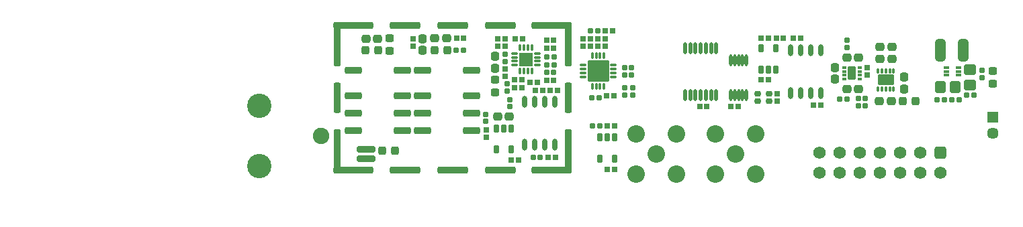
<source format=gts>
G04*
G04 #@! TF.GenerationSoftware,Altium Limited,Altium Designer,24.10.1 (45)*
G04*
G04 Layer_Color=8388736*
%FSAX25Y25*%
%MOIN*%
G70*
G04*
G04 #@! TF.SameCoordinates,E9A5F422-793D-4FF6-AE78-97F5C49A065D*
G04*
G04*
G04 #@! TF.FilePolarity,Negative*
G04*
G01*
G75*
G04:AMPARAMS|DCode=52|XSize=34.5mil|YSize=84.1mil|CornerRadius=9.37mil|HoleSize=0mil|Usage=FLASHONLY|Rotation=270.000|XOffset=0mil|YOffset=0mil|HoleType=Round|Shape=RoundedRectangle|*
%AMROUNDEDRECTD52*
21,1,0.03450,0.06535,0,0,270.0*
21,1,0.01575,0.08410,0,0,270.0*
1,1,0.01875,-0.03268,-0.00787*
1,1,0.01875,-0.03268,0.00787*
1,1,0.01875,0.03268,0.00787*
1,1,0.01875,0.03268,-0.00787*
%
%ADD52ROUNDEDRECTD52*%
%ADD53O,0.02662X0.06009*%
G04:AMPARAMS|DCode=54|XSize=12.84mil|YSize=26.62mil|CornerRadius=3.96mil|HoleSize=0mil|Usage=FLASHONLY|Rotation=0.000|XOffset=0mil|YOffset=0mil|HoleType=Round|Shape=RoundedRectangle|*
%AMROUNDEDRECTD54*
21,1,0.01284,0.01870,0,0,0.0*
21,1,0.00492,0.02662,0,0,0.0*
1,1,0.00792,0.00246,-0.00935*
1,1,0.00792,-0.00246,-0.00935*
1,1,0.00792,-0.00246,0.00935*
1,1,0.00792,0.00246,0.00935*
%
%ADD54ROUNDEDRECTD54*%
G04:AMPARAMS|DCode=55|XSize=81.74mil|YSize=50.24mil|CornerRadius=3.86mil|HoleSize=0mil|Usage=FLASHONLY|Rotation=0.000|XOffset=0mil|YOffset=0mil|HoleType=Round|Shape=RoundedRectangle|*
%AMROUNDEDRECTD55*
21,1,0.08174,0.04252,0,0,0.0*
21,1,0.07402,0.05024,0,0,0.0*
1,1,0.00772,0.03701,-0.02126*
1,1,0.00772,-0.03701,-0.02126*
1,1,0.00772,-0.03701,0.02126*
1,1,0.00772,0.03701,0.02126*
%
%ADD55ROUNDEDRECTD55*%
G04:AMPARAMS|DCode=56|XSize=40.4mil|YSize=44.34mil|CornerRadius=10.85mil|HoleSize=0mil|Usage=FLASHONLY|Rotation=270.000|XOffset=0mil|YOffset=0mil|HoleType=Round|Shape=RoundedRectangle|*
%AMROUNDEDRECTD56*
21,1,0.04040,0.02264,0,0,270.0*
21,1,0.01870,0.04434,0,0,270.0*
1,1,0.02170,-0.01132,-0.00935*
1,1,0.02170,-0.01132,0.00935*
1,1,0.02170,0.01132,0.00935*
1,1,0.02170,0.01132,-0.00935*
%
%ADD56ROUNDEDRECTD56*%
G04:AMPARAMS|DCode=57|XSize=40.4mil|YSize=44.34mil|CornerRadius=10.85mil|HoleSize=0mil|Usage=FLASHONLY|Rotation=0.000|XOffset=0mil|YOffset=0mil|HoleType=Round|Shape=RoundedRectangle|*
%AMROUNDEDRECTD57*
21,1,0.04040,0.02264,0,0,0.0*
21,1,0.01870,0.04434,0,0,0.0*
1,1,0.02170,0.00935,-0.01132*
1,1,0.02170,-0.00935,-0.01132*
1,1,0.02170,-0.00935,0.01132*
1,1,0.02170,0.00935,0.01132*
%
%ADD57ROUNDEDRECTD57*%
G04:AMPARAMS|DCode=58|XSize=42.37mil|YSize=38.43mil|CornerRadius=10.36mil|HoleSize=0mil|Usage=FLASHONLY|Rotation=270.000|XOffset=0mil|YOffset=0mil|HoleType=Round|Shape=RoundedRectangle|*
%AMROUNDEDRECTD58*
21,1,0.04237,0.01772,0,0,270.0*
21,1,0.02165,0.03843,0,0,270.0*
1,1,0.02072,-0.00886,-0.01083*
1,1,0.02072,-0.00886,0.01083*
1,1,0.02072,0.00886,0.01083*
1,1,0.02072,0.00886,-0.01083*
%
%ADD58ROUNDEDRECTD58*%
G04:AMPARAMS|DCode=59|XSize=26.62mil|YSize=26.62mil|CornerRadius=7.41mil|HoleSize=0mil|Usage=FLASHONLY|Rotation=270.000|XOffset=0mil|YOffset=0mil|HoleType=Round|Shape=RoundedRectangle|*
%AMROUNDEDRECTD59*
21,1,0.02662,0.01181,0,0,270.0*
21,1,0.01181,0.02662,0,0,270.0*
1,1,0.01481,-0.00591,-0.00591*
1,1,0.01481,-0.00591,0.00591*
1,1,0.01481,0.00591,0.00591*
1,1,0.01481,0.00591,-0.00591*
%
%ADD59ROUNDEDRECTD59*%
G04:AMPARAMS|DCode=60|XSize=28.2mil|YSize=28.2mil|CornerRadius=7.8mil|HoleSize=0mil|Usage=FLASHONLY|Rotation=180.000|XOffset=0mil|YOffset=0mil|HoleType=Round|Shape=RoundedRectangle|*
%AMROUNDEDRECTD60*
21,1,0.02820,0.01260,0,0,180.0*
21,1,0.01260,0.02820,0,0,180.0*
1,1,0.01560,-0.00630,0.00630*
1,1,0.01560,0.00630,0.00630*
1,1,0.01560,0.00630,-0.00630*
1,1,0.01560,-0.00630,-0.00630*
%
%ADD60ROUNDEDRECTD60*%
G04:AMPARAMS|DCode=61|XSize=28.2mil|YSize=28.2mil|CornerRadius=7.8mil|HoleSize=0mil|Usage=FLASHONLY|Rotation=270.000|XOffset=0mil|YOffset=0mil|HoleType=Round|Shape=RoundedRectangle|*
%AMROUNDEDRECTD61*
21,1,0.02820,0.01260,0,0,270.0*
21,1,0.01260,0.02820,0,0,270.0*
1,1,0.01560,-0.00630,-0.00630*
1,1,0.01560,-0.00630,0.00630*
1,1,0.01560,0.00630,0.00630*
1,1,0.01560,0.00630,-0.00630*
%
%ADD61ROUNDEDRECTD61*%
G04:AMPARAMS|DCode=62|XSize=65.99mil|YSize=38.43mil|CornerRadius=3.27mil|HoleSize=0mil|Usage=FLASHONLY|Rotation=90.000|XOffset=0mil|YOffset=0mil|HoleType=Round|Shape=RoundedRectangle|*
%AMROUNDEDRECTD62*
21,1,0.06599,0.03189,0,0,90.0*
21,1,0.05945,0.03843,0,0,90.0*
1,1,0.00654,0.01595,0.02972*
1,1,0.00654,0.01595,-0.02972*
1,1,0.00654,-0.01595,-0.02972*
1,1,0.00654,-0.01595,0.02972*
%
%ADD62ROUNDEDRECTD62*%
G04:AMPARAMS|DCode=63|XSize=12.84mil|YSize=22.69mil|CornerRadius=3.96mil|HoleSize=0mil|Usage=FLASHONLY|Rotation=90.000|XOffset=0mil|YOffset=0mil|HoleType=Round|Shape=RoundedRectangle|*
%AMROUNDEDRECTD63*
21,1,0.01284,0.01476,0,0,90.0*
21,1,0.00492,0.02269,0,0,90.0*
1,1,0.00792,0.00738,0.00246*
1,1,0.00792,0.00738,-0.00246*
1,1,0.00792,-0.00738,-0.00246*
1,1,0.00792,-0.00738,0.00246*
%
%ADD63ROUNDEDRECTD63*%
%ADD64O,0.01284X0.03647*%
G04:AMPARAMS|DCode=65|XSize=105.36mil|YSize=105.36mil|CornerRadius=4.06mil|HoleSize=0mil|Usage=FLASHONLY|Rotation=270.000|XOffset=0mil|YOffset=0mil|HoleType=Round|Shape=RoundedRectangle|*
%AMROUNDEDRECTD65*
21,1,0.10536,0.09724,0,0,270.0*
21,1,0.09724,0.10536,0,0,270.0*
1,1,0.00812,-0.04862,-0.04862*
1,1,0.00812,-0.04862,0.04862*
1,1,0.00812,0.04862,0.04862*
1,1,0.00812,0.04862,-0.04862*
%
%ADD65ROUNDEDRECTD65*%
%ADD66O,0.03647X0.01284*%
%ADD67O,0.03450X0.01284*%
%ADD68O,0.01284X0.03450*%
G04:AMPARAMS|DCode=69|XSize=69.14mil|YSize=69.14mil|CornerRadius=4.81mil|HoleSize=0mil|Usage=FLASHONLY|Rotation=0.000|XOffset=0mil|YOffset=0mil|HoleType=Round|Shape=RoundedRectangle|*
%AMROUNDEDRECTD69*
21,1,0.06914,0.05953,0,0,0.0*
21,1,0.05953,0.06914,0,0,0.0*
1,1,0.00961,0.02976,-0.02976*
1,1,0.00961,-0.02976,-0.02976*
1,1,0.00961,-0.02976,0.02976*
1,1,0.00961,0.02976,0.02976*
%
%ADD69ROUNDEDRECTD69*%
G04:AMPARAMS|DCode=70|XSize=14.81mil|YSize=29.38mil|CornerRadius=4.45mil|HoleSize=0mil|Usage=FLASHONLY|Rotation=270.000|XOffset=0mil|YOffset=0mil|HoleType=Round|Shape=RoundedRectangle|*
%AMROUNDEDRECTD70*
21,1,0.01481,0.02047,0,0,270.0*
21,1,0.00591,0.02938,0,0,270.0*
1,1,0.00891,-0.01024,-0.00295*
1,1,0.00891,-0.01024,0.00295*
1,1,0.00891,0.01024,0.00295*
1,1,0.00891,0.01024,-0.00295*
%
%ADD70ROUNDEDRECTD70*%
G04:AMPARAMS|DCode=71|XSize=34.5mil|YSize=152.61mil|CornerRadius=9.37mil|HoleSize=0mil|Usage=FLASHONLY|Rotation=180.000|XOffset=0mil|YOffset=0mil|HoleType=Round|Shape=RoundedRectangle|*
%AMROUNDEDRECTD71*
21,1,0.03450,0.13386,0,0,180.0*
21,1,0.01575,0.15261,0,0,180.0*
1,1,0.01875,-0.00787,0.06693*
1,1,0.01875,0.00787,0.06693*
1,1,0.01875,0.00787,-0.06693*
1,1,0.01875,-0.00787,-0.06693*
%
%ADD71ROUNDEDRECTD71*%
G04:AMPARAMS|DCode=72|XSize=34.5mil|YSize=152.61mil|CornerRadius=9.37mil|HoleSize=0mil|Usage=FLASHONLY|Rotation=270.000|XOffset=0mil|YOffset=0mil|HoleType=Round|Shape=RoundedRectangle|*
%AMROUNDEDRECTD72*
21,1,0.03450,0.13386,0,0,270.0*
21,1,0.01575,0.15261,0,0,270.0*
1,1,0.01875,-0.06693,-0.00787*
1,1,0.01875,-0.06693,0.00787*
1,1,0.01875,0.06693,0.00787*
1,1,0.01875,0.06693,-0.00787*
%
%ADD72ROUNDEDRECTD72*%
G04:AMPARAMS|DCode=73|XSize=34.5mil|YSize=221.5mil|CornerRadius=9.37mil|HoleSize=0mil|Usage=FLASHONLY|Rotation=180.000|XOffset=0mil|YOffset=0mil|HoleType=Round|Shape=RoundedRectangle|*
%AMROUNDEDRECTD73*
21,1,0.03450,0.20276,0,0,180.0*
21,1,0.01575,0.22150,0,0,180.0*
1,1,0.01875,-0.00787,0.10138*
1,1,0.01875,0.00787,0.10138*
1,1,0.01875,0.00787,-0.10138*
1,1,0.01875,-0.00787,-0.10138*
%
%ADD73ROUNDEDRECTD73*%
G04:AMPARAMS|DCode=74|XSize=34.5mil|YSize=199.06mil|CornerRadius=9.37mil|HoleSize=0mil|Usage=FLASHONLY|Rotation=270.000|XOffset=0mil|YOffset=0mil|HoleType=Round|Shape=RoundedRectangle|*
%AMROUNDEDRECTD74*
21,1,0.03450,0.18032,0,0,270.0*
21,1,0.01575,0.19906,0,0,270.0*
1,1,0.01875,-0.09016,-0.00787*
1,1,0.01875,-0.09016,0.00787*
1,1,0.01875,0.09016,0.00787*
1,1,0.01875,0.09016,-0.00787*
%
%ADD74ROUNDEDRECTD74*%
%ADD75O,0.02072X0.05812*%
%ADD76O,0.01678X0.05812*%
G04:AMPARAMS|DCode=77|XSize=26.62mil|YSize=42.37mil|CornerRadius=7.41mil|HoleSize=0mil|Usage=FLASHONLY|Rotation=180.000|XOffset=0mil|YOffset=0mil|HoleType=Round|Shape=RoundedRectangle|*
%AMROUNDEDRECTD77*
21,1,0.02662,0.02756,0,0,180.0*
21,1,0.01181,0.04237,0,0,180.0*
1,1,0.01481,-0.00591,0.01378*
1,1,0.01481,0.00591,0.01378*
1,1,0.01481,0.00591,-0.01378*
1,1,0.01481,-0.00591,-0.01378*
%
%ADD77ROUNDEDRECTD77*%
G04:AMPARAMS|DCode=78|XSize=28.2mil|YSize=30.56mil|CornerRadius=7.8mil|HoleSize=0mil|Usage=FLASHONLY|Rotation=90.000|XOffset=0mil|YOffset=0mil|HoleType=Round|Shape=RoundedRectangle|*
%AMROUNDEDRECTD78*
21,1,0.02820,0.01496,0,0,90.0*
21,1,0.01260,0.03056,0,0,90.0*
1,1,0.01560,0.00748,0.00630*
1,1,0.01560,0.00748,-0.00630*
1,1,0.01560,-0.00748,-0.00630*
1,1,0.01560,-0.00748,0.00630*
%
%ADD78ROUNDEDRECTD78*%
G04:AMPARAMS|DCode=79|XSize=91.58mil|YSize=33mil|CornerRadius=9mil|HoleSize=0mil|Usage=FLASHONLY|Rotation=180.000|XOffset=0mil|YOffset=0mil|HoleType=Round|Shape=RoundedRectangle|*
%AMROUNDEDRECTD79*
21,1,0.09158,0.01500,0,0,180.0*
21,1,0.07358,0.03300,0,0,180.0*
1,1,0.01800,-0.03679,0.00750*
1,1,0.01800,0.03679,0.00750*
1,1,0.01800,0.03679,-0.00750*
1,1,0.01800,-0.03679,-0.00750*
%
%ADD79ROUNDEDRECTD79*%
G04:AMPARAMS|DCode=80|XSize=26.62mil|YSize=26.62mil|CornerRadius=7.41mil|HoleSize=0mil|Usage=FLASHONLY|Rotation=0.000|XOffset=0mil|YOffset=0mil|HoleType=Round|Shape=RoundedRectangle|*
%AMROUNDEDRECTD80*
21,1,0.02662,0.01181,0,0,0.0*
21,1,0.01181,0.02662,0,0,0.0*
1,1,0.01481,0.00591,-0.00591*
1,1,0.01481,-0.00591,-0.00591*
1,1,0.01481,-0.00591,0.00591*
1,1,0.01481,0.00591,0.00591*
%
%ADD80ROUNDEDRECTD80*%
G04:AMPARAMS|DCode=81|XSize=110.09mil|YSize=51.43mil|CornerRadius=13.61mil|HoleSize=0mil|Usage=FLASHONLY|Rotation=270.000|XOffset=0mil|YOffset=0mil|HoleType=Round|Shape=RoundedRectangle|*
%AMROUNDEDRECTD81*
21,1,0.11009,0.02421,0,0,270.0*
21,1,0.08287,0.05143,0,0,270.0*
1,1,0.02721,-0.01211,-0.04144*
1,1,0.02721,-0.01211,0.04144*
1,1,0.02721,0.01211,0.04144*
1,1,0.02721,0.01211,-0.04144*
%
%ADD81ROUNDEDRECTD81*%
G04:AMPARAMS|DCode=82|XSize=62.06mil|YSize=54.18mil|CornerRadius=14.3mil|HoleSize=0mil|Usage=FLASHONLY|Rotation=180.000|XOffset=0mil|YOffset=0mil|HoleType=Round|Shape=RoundedRectangle|*
%AMROUNDEDRECTD82*
21,1,0.06206,0.02559,0,0,180.0*
21,1,0.03347,0.05418,0,0,180.0*
1,1,0.02859,-0.01673,0.01280*
1,1,0.02859,0.01673,0.01280*
1,1,0.02859,0.01673,-0.01280*
1,1,0.02859,-0.01673,-0.01280*
%
%ADD82ROUNDEDRECTD82*%
G04:AMPARAMS|DCode=83|XSize=62.06mil|YSize=54.18mil|CornerRadius=14.3mil|HoleSize=0mil|Usage=FLASHONLY|Rotation=270.000|XOffset=0mil|YOffset=0mil|HoleType=Round|Shape=RoundedRectangle|*
%AMROUNDEDRECTD83*
21,1,0.06206,0.02559,0,0,270.0*
21,1,0.03347,0.05418,0,0,270.0*
1,1,0.02859,-0.01280,-0.01673*
1,1,0.02859,-0.01280,0.01673*
1,1,0.02859,0.01280,0.01673*
1,1,0.02859,0.01280,-0.01673*
%
%ADD83ROUNDEDRECTD83*%
G04:AMPARAMS|DCode=84|XSize=42.37mil|YSize=38.43mil|CornerRadius=10.36mil|HoleSize=0mil|Usage=FLASHONLY|Rotation=0.000|XOffset=0mil|YOffset=0mil|HoleType=Round|Shape=RoundedRectangle|*
%AMROUNDEDRECTD84*
21,1,0.04237,0.01772,0,0,0.0*
21,1,0.02165,0.03843,0,0,0.0*
1,1,0.02072,0.01083,-0.00886*
1,1,0.02072,-0.01083,-0.00886*
1,1,0.02072,-0.01083,0.00886*
1,1,0.02072,0.01083,0.00886*
%
%ADD84ROUNDEDRECTD84*%
%ADD85C,0.06206*%
G04:AMPARAMS|DCode=86|XSize=62.06mil|YSize=62.06mil|CornerRadius=16.26mil|HoleSize=0mil|Usage=FLASHONLY|Rotation=180.000|XOffset=0mil|YOffset=0mil|HoleType=Round|Shape=RoundedRectangle|*
%AMROUNDEDRECTD86*
21,1,0.06206,0.02953,0,0,180.0*
21,1,0.02953,0.06206,0,0,180.0*
1,1,0.03253,-0.01476,0.01476*
1,1,0.03253,0.01476,0.01476*
1,1,0.03253,0.01476,-0.01476*
1,1,0.03253,-0.01476,-0.01476*
%
%ADD86ROUNDEDRECTD86*%
%ADD87R,0.05686X0.05686*%
%ADD88C,0.05686*%
%ADD89C,0.12111*%
%ADD90C,0.08174*%
%ADD91C,0.08725*%
G36*
X-0098217Y-0017998D02*
X-0098214Y-0017985D01*
X-0098206Y-0017990D01*
X-0098208Y-0018010D01*
X-0098213Y-0018007D01*
X-0098217Y-0018003D01*
Y-0017998D01*
D02*
G37*
G36*
X-0098223Y-0017955D02*
X-0098221Y-0017968D01*
X-0098226Y-0017970D01*
X-0098227Y-0017958D01*
X-0098223Y-0017955D01*
D02*
G37*
D52*
X0099429Y0027264D02*
D03*
X0123602D02*
D03*
Y0035925D02*
D03*
X0099429D02*
D03*
X0123602Y0057185D02*
D03*
X0099429D02*
D03*
Y0044587D02*
D03*
X0123602D02*
D03*
X0065158Y0027264D02*
D03*
X0089331D02*
D03*
Y0035925D02*
D03*
X0065158D02*
D03*
X0089331Y0057185D02*
D03*
X0065158D02*
D03*
Y0044587D02*
D03*
X0089331D02*
D03*
D53*
X0281988Y0045965D02*
D03*
X0286988D02*
D03*
X0291988D02*
D03*
X0296988D02*
D03*
X0281988Y0067421D02*
D03*
X0286988D02*
D03*
X0291988D02*
D03*
X0296988D02*
D03*
X0164980Y0020177D02*
D03*
X0154980Y0041634D02*
D03*
X0159980D02*
D03*
X0154980Y0020177D02*
D03*
X0159980D02*
D03*
X0149980D02*
D03*
Y0041634D02*
D03*
X0164980D02*
D03*
D54*
X0333169Y0057087D02*
D03*
X0331201D02*
D03*
X0329232D02*
D03*
X0327264D02*
D03*
X0325295D02*
D03*
X0333169Y0048031D02*
D03*
X0331201D02*
D03*
X0329232D02*
D03*
X0327264D02*
D03*
X0325295D02*
D03*
D55*
X0329232Y0052559D02*
D03*
D56*
X0315711Y0063683D02*
D03*
X0310002D02*
D03*
X0332185Y0068898D02*
D03*
X0326476D02*
D03*
X0332185Y0062992D02*
D03*
X0326476D02*
D03*
X0326181Y0042126D02*
D03*
X0331890D02*
D03*
X0111221Y0073228D02*
D03*
X0105512D02*
D03*
X0310002Y0047935D02*
D03*
X0315711D02*
D03*
X0136713Y0034350D02*
D03*
X0142421D02*
D03*
X0071457Y0073130D02*
D03*
X0077165D02*
D03*
D57*
X0338484Y0053839D02*
D03*
Y0048130D02*
D03*
X0099508Y0067323D02*
D03*
Y0073032D02*
D03*
X0303998Y0052955D02*
D03*
Y0058663D02*
D03*
X0135335Y0064173D02*
D03*
Y0058465D02*
D03*
D58*
X0337697Y0042126D02*
D03*
X0343996D02*
D03*
X0111516Y0067224D02*
D03*
X0105217D02*
D03*
X0071161Y0067224D02*
D03*
X0077461D02*
D03*
X0085532Y0017224D02*
D03*
X0079232D02*
D03*
D59*
X0116142Y0067224D02*
D03*
X0119685D02*
D03*
X0306496Y0043110D02*
D03*
X0310039D02*
D03*
X0358268Y0042717D02*
D03*
X0354724D02*
D03*
X0319156Y0039471D02*
D03*
X0315612D02*
D03*
X0362008Y0042717D02*
D03*
X0365551D02*
D03*
X0315612Y0043211D02*
D03*
X0319156D02*
D03*
X0203150Y0055118D02*
D03*
X0199606D02*
D03*
X0203150Y0058661D02*
D03*
X0199606D02*
D03*
X0186909Y0043504D02*
D03*
X0183366D02*
D03*
X0369390Y0044882D02*
D03*
X0372933D02*
D03*
X0183760Y0029528D02*
D03*
X0187303D02*
D03*
X0161024Y0059842D02*
D03*
X0164567D02*
D03*
X0164469Y0056201D02*
D03*
X0160925D02*
D03*
X0154232Y0013976D02*
D03*
X0157776D02*
D03*
X0164567Y0064075D02*
D03*
X0161024D02*
D03*
X0186319Y0076968D02*
D03*
X0182776D02*
D03*
D60*
X0094587Y0072973D02*
D03*
Y0069350D02*
D03*
X0320079Y0055079D02*
D03*
Y0058701D02*
D03*
X0275492Y0045610D02*
D03*
Y0041988D02*
D03*
X0140354Y0058012D02*
D03*
Y0054390D02*
D03*
X0130905Y0023976D02*
D03*
Y0027598D02*
D03*
D61*
X0116201Y0073228D02*
D03*
X0119823D02*
D03*
X0252323Y0039173D02*
D03*
X0255945D02*
D03*
X0283347Y0073425D02*
D03*
X0286969D02*
D03*
X0293484Y0040059D02*
D03*
X0297106D02*
D03*
X0194331Y0044783D02*
D03*
X0190709D02*
D03*
X0186476Y0073130D02*
D03*
X0190098D02*
D03*
X0186476Y0069193D02*
D03*
X0190098D02*
D03*
X0182618D02*
D03*
X0178996D02*
D03*
X0236870Y0039173D02*
D03*
X0240492D02*
D03*
X0191102Y0029528D02*
D03*
X0194724D02*
D03*
X0191102Y0007874D02*
D03*
X0194724D02*
D03*
X0147087Y0012795D02*
D03*
X0143465D02*
D03*
X0164508Y0052461D02*
D03*
X0160886D02*
D03*
X0166378Y0047441D02*
D03*
X0162756D02*
D03*
X0155276D02*
D03*
X0158898D02*
D03*
X0140295Y0073130D02*
D03*
X0136673D02*
D03*
X0164508Y0072146D02*
D03*
X0160886D02*
D03*
X0140295Y0069193D02*
D03*
X0136673D02*
D03*
X0149055Y0073130D02*
D03*
X0145433D02*
D03*
X0152618Y0051378D02*
D03*
X0156240D02*
D03*
X0148661Y0052658D02*
D03*
X0145039D02*
D03*
X0145039Y0048720D02*
D03*
X0148661D02*
D03*
X0161575Y0013976D02*
D03*
X0165197D02*
D03*
X0178996Y0073130D02*
D03*
X0182618D02*
D03*
X0164508Y0068209D02*
D03*
X0160886D02*
D03*
X0274862Y0073425D02*
D03*
X0278484D02*
D03*
X0267382Y0073425D02*
D03*
X0271004D02*
D03*
X0271004Y0052756D02*
D03*
X0267382D02*
D03*
X0193740Y0077067D02*
D03*
X0190118D02*
D03*
D62*
X0312463Y0055809D02*
D03*
D63*
X0316203Y0052856D02*
D03*
Y0054825D02*
D03*
Y0056793D02*
D03*
Y0058762D02*
D03*
X0308723Y0052856D02*
D03*
Y0054825D02*
D03*
Y0056793D02*
D03*
Y0058762D02*
D03*
D64*
X0185531Y0064567D02*
D03*
X0183563D02*
D03*
X0189469Y0049409D02*
D03*
X0187500D02*
D03*
X0185531D02*
D03*
X0183563D02*
D03*
X0187500Y0064567D02*
D03*
X0189469D02*
D03*
D65*
X0186516Y0056988D02*
D03*
D66*
X0194095Y0059941D02*
D03*
Y0057972D02*
D03*
Y0056004D02*
D03*
Y0054035D02*
D03*
X0178937D02*
D03*
Y0056004D02*
D03*
Y0057972D02*
D03*
Y0059941D02*
D03*
D67*
X0156398Y0059842D02*
D03*
X0144980Y0061811D02*
D03*
X0156398Y0063779D02*
D03*
X0144980Y0059842D02*
D03*
Y0063779D02*
D03*
X0156398Y0065748D02*
D03*
Y0061811D02*
D03*
X0144980Y0065748D02*
D03*
D68*
X0153642Y0068504D02*
D03*
X0147736D02*
D03*
X0151673D02*
D03*
Y0057087D02*
D03*
X0149705Y0068504D02*
D03*
X0153642Y0057087D02*
D03*
X0149705D02*
D03*
X0147736D02*
D03*
D69*
X0150689Y0062795D02*
D03*
D70*
X0365217Y0054823D02*
D03*
Y0056791D02*
D03*
Y0058760D02*
D03*
X0359390D02*
D03*
Y0056791D02*
D03*
Y0054823D02*
D03*
D71*
X0056890Y0043504D02*
D03*
X0171693D02*
D03*
D72*
X0090669Y0079528D02*
D03*
X0137913D02*
D03*
X0114291D02*
D03*
X0090680Y0007501D02*
D03*
X0137924D02*
D03*
X0114302D02*
D03*
D73*
X0171693Y0070176D02*
D03*
X0056890D02*
D03*
X0056900Y0016853D02*
D03*
X0171703D02*
D03*
D74*
X0163466Y0079528D02*
D03*
X0065119D02*
D03*
X0065127Y0007501D02*
D03*
X0163474D02*
D03*
D75*
X0239961Y0045079D02*
D03*
X0245079Y0068307D02*
D03*
X0242520D02*
D03*
X0239961D02*
D03*
X0237402D02*
D03*
X0234842D02*
D03*
X0232283D02*
D03*
X0229724D02*
D03*
X0245079Y0045079D02*
D03*
X0242520D02*
D03*
X0237402D02*
D03*
X0234842D02*
D03*
X0232283D02*
D03*
X0229724D02*
D03*
D76*
X0252264Y0045079D02*
D03*
X0260138Y0062402D02*
D03*
X0258169D02*
D03*
X0256201D02*
D03*
X0254232D02*
D03*
X0252264D02*
D03*
X0260138Y0045079D02*
D03*
X0258169D02*
D03*
X0256201D02*
D03*
X0254232D02*
D03*
D77*
X0267323Y0057776D02*
D03*
X0271063D02*
D03*
X0274803D02*
D03*
Y0068405D02*
D03*
X0267323D02*
D03*
X0194685Y0024016D02*
D03*
X0190945D02*
D03*
X0187205D02*
D03*
Y0013386D02*
D03*
X0194685D02*
D03*
X0143504Y0028445D02*
D03*
X0139764D02*
D03*
X0136024D02*
D03*
Y0017815D02*
D03*
X0143504D02*
D03*
D78*
X0271358Y0045650D02*
D03*
X0265846D02*
D03*
Y0041949D02*
D03*
X0271358D02*
D03*
D79*
X0071260Y0017815D02*
D03*
Y0013287D02*
D03*
D80*
X0199606Y0045079D02*
D03*
Y0048622D02*
D03*
X0310039Y0072244D02*
D03*
Y0068701D02*
D03*
X0377165Y0053740D02*
D03*
Y0057284D02*
D03*
X0140354Y0061713D02*
D03*
Y0065256D02*
D03*
X0130807Y0031890D02*
D03*
Y0035433D02*
D03*
X0141240Y0047047D02*
D03*
Y0050591D02*
D03*
X0142618Y0042717D02*
D03*
Y0039173D02*
D03*
X0203543Y0045079D02*
D03*
Y0048622D02*
D03*
D81*
X0367756Y0067421D02*
D03*
X0356457D02*
D03*
D82*
X0371063Y0057579D02*
D03*
Y0050098D02*
D03*
D83*
X0356201Y0048917D02*
D03*
X0363681D02*
D03*
D84*
X0382480Y0050689D02*
D03*
Y0056988D02*
D03*
X0135335Y0052658D02*
D03*
Y0046358D02*
D03*
X0083150Y0067028D02*
D03*
Y0073327D02*
D03*
D85*
X0336378Y0006417D02*
D03*
Y0016417D02*
D03*
X0346378Y0006417D02*
D03*
Y0016417D02*
D03*
X0356378Y0006417D02*
D03*
X0326378Y0016417D02*
D03*
Y0006417D02*
D03*
X0316378Y0016417D02*
D03*
Y0006417D02*
D03*
X0306424Y0006465D02*
D03*
Y0016417D02*
D03*
X0296424D02*
D03*
Y0006465D02*
D03*
D86*
X0356378Y0016417D02*
D03*
D87*
X0382480Y0033858D02*
D03*
D88*
Y0025984D02*
D03*
D89*
X0018406Y0039469D02*
D03*
Y0009547D02*
D03*
D90*
X0049114Y0024508D02*
D03*
D91*
X0244724Y0005748D02*
D03*
X0264724D02*
D03*
Y0025748D02*
D03*
X0244724D02*
D03*
X0254724Y0015748D02*
D03*
X0205354Y0005748D02*
D03*
X0225354D02*
D03*
Y0025748D02*
D03*
X0205354D02*
D03*
X0215354Y0015748D02*
D03*
M02*

</source>
